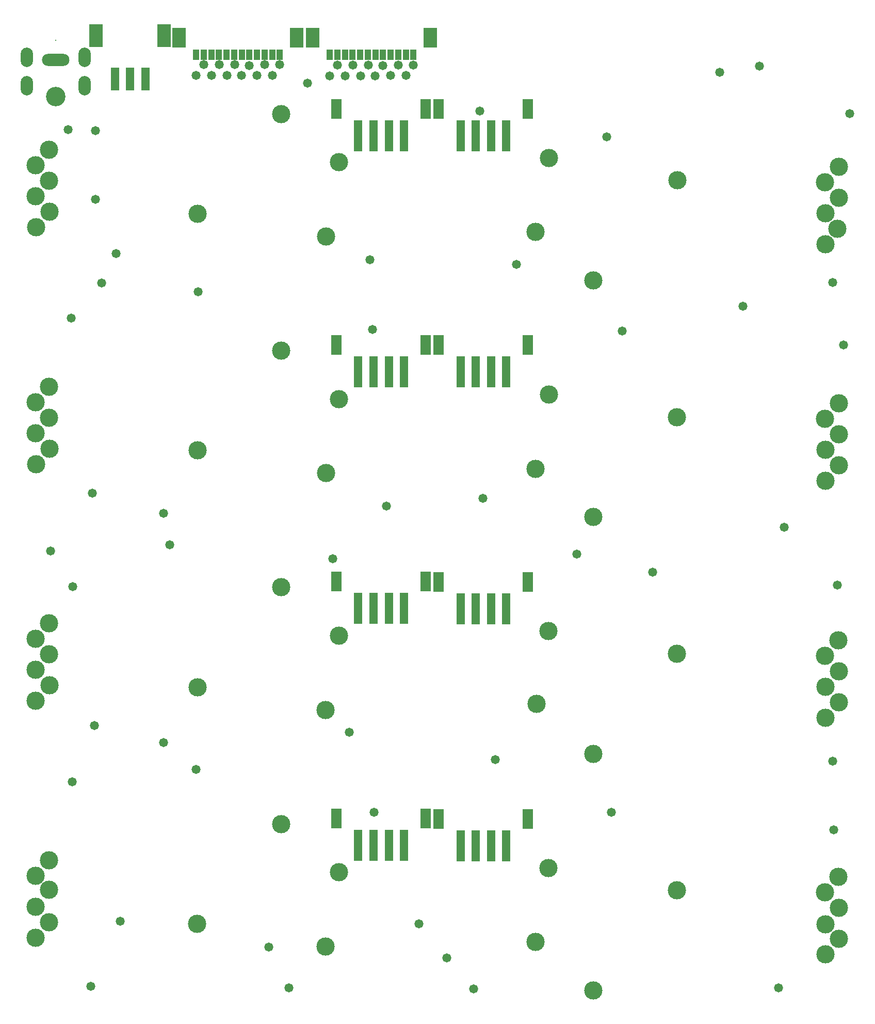
<source format=gts>
G04*
G04 #@! TF.GenerationSoftware,Altium Limited,Altium Designer,24.0.1 (36)*
G04*
G04 Layer_Color=8388736*
%FSLAX44Y44*%
%MOMM*%
G71*
G04*
G04 #@! TF.SameCoordinates,133CE3EA-F9F0-4B72-99F4-21709E576B51*
G04*
G04*
G04 #@! TF.FilePolarity,Negative*
G04*
G01*
G75*
%ADD21R,1.8032X3.2032*%
%ADD22R,1.4032X5.2032*%
%ADD23R,2.2032X3.7032*%
%ADD24R,1.4032X3.7032*%
%ADD25R,1.0032X1.8032*%
%ADD26R,2.2032X3.2032*%
%ADD27O,2.0032X3.2032*%
%ADD28O,4.5032X2.0032*%
%ADD29C,3.2032*%
%ADD30C,0.2032*%
%ADD31C,3.0032*%
%ADD32C,1.4732*%
D21*
X864858Y1107440D02*
D03*
X718338D02*
D03*
X1032560D02*
D03*
X886040D02*
D03*
X1032560Y330200D02*
D03*
X886040D02*
D03*
X864858Y720090D02*
D03*
X718338D02*
D03*
X1032560Y718820D02*
D03*
X886040D02*
D03*
X864858Y1494790D02*
D03*
X718338D02*
D03*
X1032560D02*
D03*
X886040D02*
D03*
X864858Y331470D02*
D03*
X718338D02*
D03*
D22*
X779098Y1063450D02*
D03*
X754098D02*
D03*
X804098D02*
D03*
X829098D02*
D03*
X946800D02*
D03*
X921800D02*
D03*
X971800D02*
D03*
X996800D02*
D03*
X946800Y286210D02*
D03*
X921800D02*
D03*
X971800D02*
D03*
X996800D02*
D03*
X779098Y676100D02*
D03*
X754098D02*
D03*
X804098D02*
D03*
X829098D02*
D03*
X946800Y674830D02*
D03*
X921800D02*
D03*
X971800D02*
D03*
X996800D02*
D03*
X779098Y1450800D02*
D03*
X754098D02*
D03*
X804098D02*
D03*
X829098D02*
D03*
X946800D02*
D03*
X921800D02*
D03*
X971800D02*
D03*
X996800D02*
D03*
X779098Y287480D02*
D03*
X754098D02*
D03*
X804098D02*
D03*
X829098D02*
D03*
D23*
X435500Y1615350D02*
D03*
X323960D02*
D03*
D24*
X404730Y1544040D02*
D03*
X379730D02*
D03*
X354730D02*
D03*
D25*
X707158Y1583524D02*
D03*
X719658D02*
D03*
X844658D02*
D03*
X832158D02*
D03*
X819658D02*
D03*
X807158D02*
D03*
X794658D02*
D03*
X782158D02*
D03*
X769658D02*
D03*
X757158D02*
D03*
X744658D02*
D03*
X732158D02*
D03*
X487880Y1583690D02*
D03*
X500380D02*
D03*
X625380D02*
D03*
X612880D02*
D03*
X600380D02*
D03*
X587880D02*
D03*
X575380D02*
D03*
X562880D02*
D03*
X550380D02*
D03*
X537880D02*
D03*
X525380D02*
D03*
X512880D02*
D03*
D26*
X872090Y1611630D02*
D03*
X679450D02*
D03*
X652812Y1611796D02*
D03*
X460172D02*
D03*
D27*
X305310Y1532800D02*
D03*
X210310D02*
D03*
Y1579800D02*
D03*
X305310D02*
D03*
D28*
X257810Y1574800D02*
D03*
D29*
Y1514800D02*
D03*
D30*
Y1607300D02*
D03*
D31*
X1542665Y910155D02*
D03*
X247239Y937796D02*
D03*
X246739Y988596D02*
D03*
X224738Y1013996D02*
D03*
Y963196D02*
D03*
X224992Y912396D02*
D03*
X246583Y651313D02*
D03*
X224836Y524313D02*
D03*
X247083Y549713D02*
D03*
X224582Y625913D02*
D03*
X246583Y600513D02*
D03*
X224582Y575113D02*
D03*
X489891Y158521D02*
D03*
X627701Y1098550D02*
D03*
X246427Y263230D02*
D03*
X224680Y136230D02*
D03*
X246739Y1039396D02*
D03*
X246927Y161630D02*
D03*
X224426Y187030D02*
D03*
Y237830D02*
D03*
X246316Y214161D02*
D03*
X490359Y1322769D02*
D03*
X224894Y1402079D02*
D03*
X246895Y1427479D02*
D03*
X627857Y1486633D02*
D03*
X225148Y1300479D02*
D03*
X247395Y1325879D02*
D03*
X246895Y1376679D02*
D03*
X224894Y1351279D02*
D03*
X1066229Y250444D02*
D03*
X1520508Y496672D02*
D03*
X1542099Y235590D02*
D03*
X1139546Y437519D02*
D03*
X1277044Y601382D02*
D03*
X1046480Y519430D02*
D03*
X1066385Y638527D02*
D03*
X1542509Y522072D02*
D03*
Y572873D02*
D03*
X1542255Y623673D02*
D03*
X1520008Y598273D02*
D03*
X1520508Y547472D02*
D03*
X1139390Y49436D02*
D03*
X700550Y121376D02*
D03*
X1520352Y108589D02*
D03*
X1519852Y210190D02*
D03*
X1542353Y184790D02*
D03*
Y133990D02*
D03*
X1520462Y157659D02*
D03*
X1276888Y213299D02*
D03*
X721996Y243000D02*
D03*
X1044783Y128820D02*
D03*
X1045251Y1293069D02*
D03*
X1045095Y904986D02*
D03*
X700862Y897542D02*
D03*
X722308Y1019166D02*
D03*
X722464Y1407248D02*
D03*
X701018Y1285624D02*
D03*
X1066541Y1026610D02*
D03*
X1520664Y884755D02*
D03*
X1139702Y825601D02*
D03*
X1277200Y989465D02*
D03*
X1520164Y986356D02*
D03*
X1520664Y935555D02*
D03*
X1520820Y1272838D02*
D03*
X1540510Y1297940D02*
D03*
X1520820Y1323638D02*
D03*
X1542567Y1399839D02*
D03*
X1542821Y1349038D02*
D03*
X1520320Y1374438D02*
D03*
X1066697Y1414693D02*
D03*
X1277356Y1377548D02*
D03*
X1139858Y1213684D02*
D03*
X1542665Y960956D02*
D03*
X1542411Y1011756D02*
D03*
X627389Y322384D02*
D03*
X722152Y631083D02*
D03*
X627545Y710467D02*
D03*
X490047Y546604D02*
D03*
X490203Y934686D02*
D03*
X700706Y509459D02*
D03*
D32*
X322580Y1346200D02*
D03*
Y1459230D02*
D03*
X278130Y1460500D02*
D03*
X670560Y1536700D02*
D03*
X1560830Y1487170D02*
D03*
X1412240Y1564640D02*
D03*
X1162050Y1449070D02*
D03*
X1347470Y1554480D02*
D03*
X953770Y1490980D02*
D03*
X1013460Y1239520D02*
D03*
X1187450Y1130300D02*
D03*
X1385570Y1170940D02*
D03*
X1550670Y1107440D02*
D03*
X1532890Y1210310D02*
D03*
X1112520Y764540D02*
D03*
X1236980Y735330D02*
D03*
X958850Y855980D02*
D03*
X1540510Y713740D02*
D03*
X1452880Y808990D02*
D03*
X1443990Y53340D02*
D03*
X979170Y427990D02*
D03*
X1169670Y341630D02*
D03*
X1534160Y312420D02*
D03*
X1532890Y425450D02*
D03*
X487680Y411480D02*
D03*
X321310Y483870D02*
D03*
X284480Y391160D02*
D03*
X434340Y455930D02*
D03*
X899414Y102616D02*
D03*
X363220Y162560D02*
D03*
X607060Y120650D02*
D03*
X640080Y53340D02*
D03*
X943610Y52070D02*
D03*
X314960Y55880D02*
D03*
X853440Y158750D02*
D03*
X779780Y341630D02*
D03*
X739140Y472440D02*
D03*
X712470Y756920D02*
D03*
X800100Y843280D02*
D03*
X777240Y1132840D02*
D03*
X773430Y1247140D02*
D03*
X444500Y779780D02*
D03*
X285750Y711200D02*
D03*
X317500Y864870D02*
D03*
X248920Y769620D02*
D03*
X434340Y831850D02*
D03*
X332740Y1209040D02*
D03*
X283210Y1151890D02*
D03*
X491490Y1195070D02*
D03*
X356870Y1257300D02*
D03*
X770458Y1567014D02*
D03*
X781888Y1549234D02*
D03*
X794588Y1565744D02*
D03*
X745058Y1567014D02*
D03*
X757758Y1549234D02*
D03*
X719658Y1567014D02*
D03*
X732358Y1549234D02*
D03*
X706958D02*
D03*
X807023Y1549369D02*
D03*
X832023D02*
D03*
X819658Y1567014D02*
D03*
X844658D02*
D03*
X625380Y1567180D02*
D03*
X600380D02*
D03*
X612745Y1549535D02*
D03*
X587745D02*
D03*
X487680Y1549400D02*
D03*
X513080D02*
D03*
X500380Y1567180D02*
D03*
X538480Y1549400D02*
D03*
X525780Y1567180D02*
D03*
X575310Y1565910D02*
D03*
X562610Y1549400D02*
D03*
X551180Y1567180D02*
D03*
M02*

</source>
